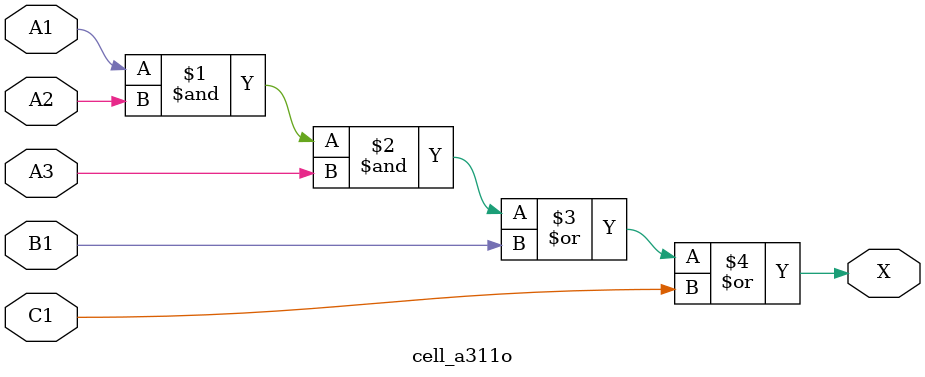
<source format=v>
`timescale 1ps/1ps
module cell_a311o
(
    input wire A1,
    input wire A2,
    input wire A3,
    input wire B1,
    input wire C1,
    output wire X
);
    assign X = ((A1 & A2 & A3) | B1 | C1);
endmodule

</source>
